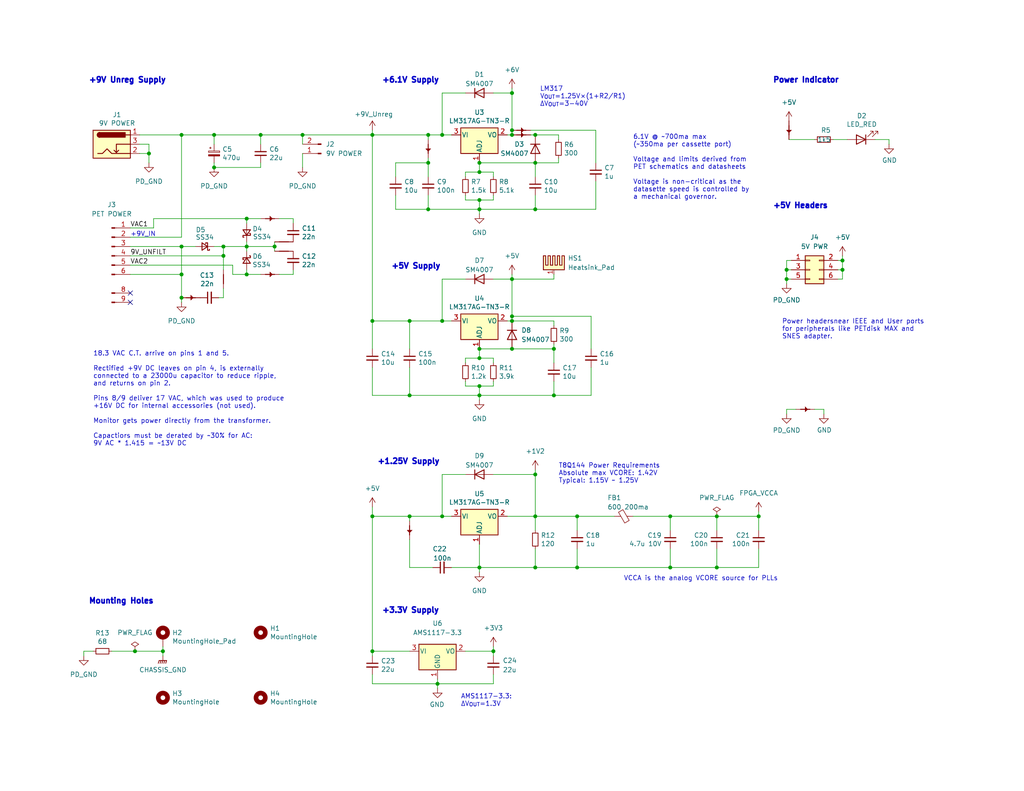
<source format=kicad_sch>
(kicad_sch (version 20211123) (generator eeschema)
  (paper "A")
  (title_block (title "CBM PET Mainboard Replacement") (comment 1 "Unspecified resistors are 62.5mW") (comment 2 "Unspecified capacitors are 25V"))
  (lib_symbols
    (symbol "Connector:Barrel_Jack_Switch" (pin_names hide)
      (property "Reference" "J" (at 0 5.334 0))
      (property "Value" "Barrel_Jack_Switch" (at 0 -5.08 0))
      (symbol "Barrel_Jack_Switch_1_1"
        (pin passive line (at 7.62 2.54 180) (length 2.54) (name "~") (number "1"))
        (pin passive line (at 7.62 -2.54 180) (length 2.54) (name "~") (number "2"))
        (pin passive line (at 7.62 0 180) (length 2.54) (name "~") (number "3"))
      )
    )
    (symbol "Connector:Conn_01x02_Male" (pin_names (offset 1.016) hide)
      (property "Reference" "J" (at 0 2.54 0))
      (property "Value" "Conn_01x02_Male" (at 0 -5.08 0))
      (symbol "Conn_01x02_Male_1_1"
        (pin passive line (at 5.08 0 180) (length 3.81) (name "Pin_1") (number "1"))
        (pin passive line (at 5.08 -2.54 180) (length 3.81) (name "Pin_2") (number "2"))
      )
    )
    (symbol "Connector_Generic:Conn_02x03_Odd_Even" (pin_names (offset 1.016) hide)
      (property "Reference" "J" (at 1.27 5.08 0))
      (property "Value" "Conn_02x03_Odd_Even" (at 1.27 -5.08 0))
      (symbol "Conn_02x03_Odd_Even_1_1"
        (pin passive line (at -5.08 2.54 0) (length 3.81) (name "Pin_1") (number "1"))
        (pin passive line (at 7.62 2.54 180) (length 3.81) (name "Pin_2") (number "2"))
        (pin passive line (at -5.08 0 0) (length 3.81) (name "Pin_3") (number "3"))
        (pin passive line (at 7.62 0 180) (length 3.81) (name "Pin_4") (number "4"))
        (pin passive line (at -5.08 -2.54 0) (length 3.81) (name "Pin_5") (number "5"))
        (pin passive line (at 7.62 -2.54 180) (length 3.81) (name "Pin_6") (number "6"))
      )
    )
    (symbol "Device:C_Small" (pin_numbers hide) (pin_names (offset 0.254) hide)
      (property "Reference" "C" (at 0.254 1.778 0))
      (property "Value" "C_Small" (at 0.254 -2.032 0))
      (symbol "C_Small_1_1"
        (pin passive line (at 0 2.54 270) (length 2.032) (name "~") (number "1"))
        (pin passive line (at 0 -2.54 90) (length 2.032) (name "~") (number "2"))
      )
    )
    (symbol "Device:D_Schottky_Small" (pin_numbers hide) (pin_names (offset 0.254) hide)
      (property "Reference" "D" (at -1.27 2.032 0))
      (property "Value" "D_Schottky_Small" (at -7.112 -2.032 0))
      (symbol "D_Schottky_Small_1_1"
        (pin passive line (at -2.54 0 0) (length 1.778) (name "K") (number "1"))
        (pin passive line (at 2.54 0 180) (length 1.778) (name "A") (number "2"))
      )
    )
    (symbol "Device:FerriteBead_Small" (pin_numbers hide) (pin_names (offset 0))
      (property "Reference" "FB" (at 1.905 1.27 0))
      (property "Value" "FerriteBead_Small" (at 1.905 -1.27 0))
      (symbol "FerriteBead_Small_1_1"
        (pin passive line (at 0 2.54 270) (length 1.27) (name "~") (number "1"))
        (pin passive line (at 0 -2.54 90) (length 1.27) (name "~") (number "2"))
      )
    )
    (symbol "Device:LED" (pin_numbers hide) (pin_names (offset 1.016) hide)
      (property "Reference" "D" (at 0 2.54 0))
      (property "Value" "LED" (at 0 -2.54 0))
      (symbol "LED_1_1"
        (pin passive line (at -3.81 0 0) (length 2.54) (name "K") (number "1"))
        (pin passive line (at 3.81 0 180) (length 2.54) (name "A") (number "2"))
      )
    )
    (symbol "Device:NetTie_2" (pin_numbers hide) (pin_names (offset 0) hide)
      (property "Reference" "NT" (at 0 1.27 0))
      (property "Value" "NetTie_2" (at 0 -1.27 0))
      (symbol "NetTie_2_1_1"
        (pin passive line (at -2.54 0 0) (length 2.54) (name "1") (number "1"))
        (pin passive line (at 2.54 0 180) (length 2.54) (name "2") (number "2"))
      )
    )
    (symbol "Device:R_Small" (pin_numbers hide) (pin_names (offset 0.254) hide)
      (property "Reference" "R" (at 0.762 0.508 0))
      (property "Value" "R_Small" (at 0.762 -1.016 0))
      (symbol "R_Small_1_1"
        (pin passive line (at 0 2.54 270) (length 0.762) (name "~") (number "1"))
        (pin passive line (at 0 -2.54 90) (length 0.762) (name "~") (number "2"))
      )
    )
    (symbol "Diode:SM4007" (pin_numbers hide) (pin_names (offset 1.016) hide)
      (property "Reference" "D" (at 0 2.54 0))
      (property "Value" "SM4007" (at 0 -2.54 0))
      (symbol "SM4007_1_1"
        (pin passive line (at -3.81 0 0) (length 2.54) (name "K") (number "1"))
        (pin passive line (at 3.81 0 180) (length 2.54) (name "A") (number "2"))
      )
    )
    (symbol "Mainboard-rescue:+9V_Unreg-PET" (power) (pin_names (offset 0))
      (property "Value" "+9V_Unreg-PET" (at 0 3.556 0))
      (symbol "+9V_Unreg-PET_1_1"
        (pin power_in line (at 0 0 90) (length 0) hide (name "+9V_Unreg") (number "1"))
      )
    )
    (symbol "Mainboard-rescue:CP_Small-Device" (pin_numbers hide) (pin_names (offset 0.254) hide)
      (property "Reference" "C" (at 0.254 1.778 0))
      (property "Value" "CP_Small-Device" (at 0.254 -2.032 0))
      (symbol "CP_Small-Device_1_1"
        (pin passive line (at 0 2.54 270) (length 1.8542) (name "~") (number "1"))
        (pin passive line (at 0 -2.54 90) (length 1.8542) (name "~") (number "2"))
      )
    )
    (symbol "Mechanical:Heatsink_Pad" (pin_names (offset 0))
      (property "Reference" "HS" (at 0 5.715 0))
      (property "Value" "Heatsink_Pad" (at 0 3.81 0))
      (symbol "Heatsink_Pad_1_1"
        (pin passive line (at 0 -2.54 90) (length 1.27) (name "~") (number "1"))
      )
    )
    (symbol "Mechanical:MountingHole" (pin_names (offset 1.016))
      (property "Reference" "H" (at 0 5.08 0))
      (property "Value" "MountingHole" (at 0 3.175 0))
    )
    (symbol "Mechanical:MountingHole_Pad" (pin_numbers hide) (pin_names (offset 1.016) hide)
      (property "Reference" "H" (at 0 6.35 0))
      (property "Value" "MountingHole_Pad" (at 0 4.445 0))
      (symbol "MountingHole_Pad_1_1"
        (pin input line (at 0 -2.54 90) (length 2.54) (name "1") (number "1"))
      )
    )
    (symbol "PET:CHASSIS_GND" (power) (pin_names (offset 0))
      (property "Value" "CHASSIS_GND" (at 0 -3.302 0))
      (symbol "CHASSIS_GND_1_1"
        (pin power_in line (at 0 0 270) (length 0) hide (name "CHASSIS_GND") (number "1"))
      )
    )
    (symbol "PET:FPGA_VCCA" (power) (pin_names (offset 0))
      (property "Value" "FPGA_VCCA" (at 0 3.81 0))
      (symbol "FPGA_VCCA_1_1"
        (pin power_in line (at 0 0 90) (length 0) hide (name "FPGA_VCCA") (number "1"))
      )
    )
    (symbol "PET:PD_GND" (power) (pin_names (offset 0))
      (property "Value" "PD_GND" (at 0 -3.81 0))
      (symbol "PD_GND_1_1"
        (pin power_in line (at 0 0 270) (length 0) hide (name "PD_GND") (number "1"))
      )
    )
    (symbol "PET:PowerTie_2" (pin_numbers hide) (pin_names (offset 0) hide)
      (symbol "PowerTie_2_1_1"
        (pin power_in line (at -2.54 0 0) (length 2.54) (name "1") (number "1"))
        (pin power_out line (at 2.54 0 180) (length 2.54) (name "2") (number "2"))
      )
    )
    (symbol "Regulator_Linear:AMS1117-3.3" (pin_names (offset 0.254))
      (property "Reference" "U" (at -3.81 3.175 0))
      (property "Value" "AMS1117-3.3" (at 0 3.175 0))
      (symbol "AMS1117-3.3_1_1"
        (pin power_in line (at 0 -7.62 90) (length 2.54) (name "GND") (number "1"))
        (pin power_out line (at 7.62 0 180) (length 2.54) (name "VO") (number "2"))
        (pin power_in line (at -7.62 0 0) (length 2.54) (name "VI") (number "3"))
      )
    )
    (symbol "Regulator_Linear:LM317_TO-252" (pin_names (offset 0.254))
      (property "Reference" "U" (at -3.81 3.175 0))
      (property "Value" "LM317_TO-252" (at 0 3.175 0))
      (symbol "LM317_TO-252_1_1"
        (pin input line (at 0 -7.62 90) (length 2.54) (name "ADJ") (number "1"))
        (pin power_out line (at 7.62 0 180) (length 2.54) (name "VO") (number "2"))
        (pin power_in line (at -7.62 0 0) (length 2.54) (name "VI") (number "3"))
      )
    )
    (symbol "Retrocomputing:CBM_PET_POWER_01x09_Male_Keyed" (pin_names (offset 1.016) hide)
      (property "Reference" "J18" (at 0 16.51 0))
      (property "Value" "CBM_PET_POWER_01x09_Male_Keyed" (at 0 13.97 0))
      (symbol "CBM_PET_POWER_01x09_Male_Keyed_1_1"
        (pin power_out line (at 5.08 10.16 180) (length 3.81) (name "AC1") (number "1"))
        (pin power_out line (at 5.08 7.62 180) (length 3.81) (name "9V_IN") (number "2"))
        (pin power_out line (at 5.08 5.08 180) (length 3.81) (name "GND") (number "3"))
        (pin passive line (at 5.08 2.54 180) (length 3.81) (name "9V_OUT") (number "4"))
        (pin power_out line (at 5.08 0 180) (length 3.81) (name "AC2") (number "5"))
        (pin passive line (at 5.08 -2.54 180) (length 3.81) (name "GND") (number "6"))
        (pin power_out line (at 5.08 -7.62 180) (length 3.81) (name "AC3") (number "8"))
        (pin power_out line (at 5.08 -10.16 180) (length 3.81) (name "AC4") (number "9"))
      )
    )
    (symbol "power:+1V2" (power) (pin_names (offset 0))
      (property "Value" "+1V2" (at 0 3.556 0))
      (symbol "+1V2_1_1"
        (pin power_in line (at 0 0 90) (length 0) hide (name "+1V2") (number "1"))
      )
    )
    (symbol "power:+3V3" (power) (pin_names (offset 0))
      (property "Value" "+3V3" (at 0 3.556 0))
      (symbol "+3V3_1_1"
        (pin power_in line (at 0 0 90) (length 0) hide (name "+3V3") (number "1"))
      )
    )
    (symbol "power:+5V" (power) (pin_names (offset 0))
      (property "Value" "+5V" (at 0 3.556 0))
      (symbol "+5V_1_1"
        (pin power_in line (at 0 0 90) (length 0) hide (name "+5V") (number "1"))
      )
    )
    (symbol "power:+6V" (power) (pin_names (offset 0))
      (property "Value" "+6V" (at 0 3.556 0))
      (symbol "+6V_1_1"
        (pin power_in line (at 0 0 90) (length 0) hide (name "+6V") (number "1"))
      )
    )
    (symbol "power:GND" (power) (pin_names (offset 0))
      (property "Value" "GND" (at 0 -3.81 0))
      (symbol "GND_1_1"
        (pin power_in line (at 0 0 270) (length 0) hide (name "GND") (number "1"))
      )
    )
    (symbol "power:PWR_FLAG" (power) (pin_numbers hide) (pin_names (offset 0) hide)
      (property "Value" "PWR_FLAG" (at 0 3.81 0))
      (symbol "PWR_FLAG_0_0"
        (pin power_out line (at 0 0 90) (length 0) (name "pwr") (number "1"))
      )
    )
  )
  (junction (at 130.81 95.25))
  (junction (at 214.63 73.66))
  (junction (at 101.6 36.83))
  (junction (at 139.7 76.2))
  (junction (at 82.55 36.83))
  (junction (at 116.84 44.45))
  (junction (at 151.13 95.25))
  (junction (at 101.6 177.8))
  (junction (at 116.84 57.15))
  (junction (at 182.88 154.94))
  (junction (at 67.31 67.31))
  (junction (at 139.7 95.25))
  (junction (at 229.87 71.12))
  (junction (at 130.81 97.79))
  (junction (at 146.05 154.94))
  (junction (at 130.81 46.99))
  (junction (at 146.05 44.45))
  (junction (at 229.87 73.66))
  (junction (at 40.64 41.91))
  (junction (at 36.83 177.8))
  (junction (at 74.93 67.31))
  (junction (at 195.58 154.94))
  (junction (at 111.76 87.63))
  (junction (at 130.81 57.15))
  (junction (at 49.53 74.93))
  (junction (at 111.76 107.95))
  (junction (at 71.12 36.83))
  (junction (at 49.53 81.28))
  (junction (at 130.81 44.45))
  (junction (at 101.6 87.63))
  (junction (at 195.58 140.97))
  (junction (at 111.76 140.97))
  (junction (at 67.31 59.69))
  (junction (at 44.45 177.8))
  (junction (at 139.7 36.83))
  (junction (at 130.81 105.41))
  (junction (at 151.13 107.95))
  (junction (at 49.53 67.31))
  (junction (at 139.7 87.63))
  (junction (at 58.42 36.83))
  (junction (at 157.48 140.97))
  (junction (at 58.42 45.72))
  (junction (at 116.84 36.83))
  (junction (at 182.88 140.97))
  (junction (at 130.81 107.95))
  (junction (at 120.65 36.83))
  (junction (at 49.53 36.83))
  (junction (at 146.05 129.54))
  (junction (at 139.7 86.36))
  (junction (at 214.63 76.2))
  (junction (at 134.62 177.8))
  (junction (at 146.05 36.83))
  (junction (at 119.38 186.69))
  (junction (at 139.7 25.4))
  (junction (at 207.01 140.97))
  (junction (at 157.48 154.94))
  (junction (at 146.05 57.15))
  (junction (at 60.96 67.31))
  (junction (at 139.7 35.56))
  (junction (at 101.6 140.97))
  (junction (at 120.65 87.63))
  (junction (at 130.81 54.61))
  (junction (at 146.05 140.97))
  (junction (at 60.96 69.85))
  (junction (at 67.31 74.93))
  (junction (at 120.65 140.97))
  (junction (at 130.81 154.94))
  (no_connect (at 35.56 80.01))
  (no_connect (at 35.56 82.55))
  (wire (pts (xy 162.56 49.53) (xy 162.56 57.15)))
  (wire (pts (xy 127 105.41) (xy 130.81 105.41)))
  (wire (pts (xy 120.65 87.63) (xy 111.76 87.63)))
  (wire (pts (xy 36.83 177.8) (xy 44.45 177.8)))
  (wire (pts (xy 120.65 36.83) (xy 123.19 36.83)))
  (wire (pts (xy 49.53 36.83) (xy 58.42 36.83)))
  (wire (pts (xy 101.6 36.83) (xy 101.6 87.63)))
  (wire (pts (xy 157.48 140.97) (xy 157.48 144.78)))
  (wire (pts (xy 82.55 36.83) (xy 82.55 39.37)))
  (wire (pts (xy 127 53.34) (xy 127 54.61)))
  (wire (pts (xy 119.38 186.69) (xy 119.38 187.96)))
  (wire (pts (xy 242.57 38.1) (xy 242.57 39.37)))
  (wire (pts (xy 134.62 25.4) (xy 139.7 25.4)))
  (wire (pts (xy 120.65 87.63) (xy 120.65 76.2)))
  (wire (pts (xy 101.6 138.43) (xy 101.6 140.97)))
  (wire (pts (xy 134.62 76.2) (xy 139.7 76.2)))
  (wire (pts (xy 130.81 57.15) (xy 130.81 58.42)))
  (wire (pts (xy 207.01 140.97) (xy 207.01 139.7)))
  (wire (pts (xy 157.48 149.86) (xy 157.48 154.94)))
  (wire (pts (xy 161.29 86.36) (xy 161.29 95.25)))
  (wire (pts (xy 151.13 104.14) (xy 151.13 107.95)))
  (wire (pts (xy 49.53 81.28) (xy 49.53 82.55)))
  (wire (pts (xy 130.81 105.41) (xy 130.81 107.95)))
  (wire (pts (xy 35.56 69.85) (xy 60.96 69.85)))
  (wire (pts (xy 182.88 154.94) (xy 195.58 154.94)))
  (wire (pts (xy 67.31 73.66) (xy 67.31 74.93)))
  (wire (pts (xy 207.01 140.97) (xy 207.01 144.78)))
  (wire (pts (xy 130.81 54.61) (xy 130.81 57.15)))
  (wire (pts (xy 134.62 177.8) (xy 134.62 179.07)))
  (wire (pts (xy 138.43 36.83) (xy 139.7 36.83)))
  (wire (pts (xy 40.64 41.91) (xy 40.64 44.45)))
  (wire (pts (xy 146.05 53.34) (xy 146.05 57.15)))
  (wire (pts (xy 130.81 46.99) (xy 127 46.99)))
  (wire (pts (xy 120.65 87.63) (xy 123.19 87.63)))
  (wire (pts (xy 146.05 44.45) (xy 152.4 44.45)))
  (wire (pts (xy 146.05 44.45) (xy 146.05 48.26)))
  (wire (pts (xy 195.58 140.97) (xy 207.01 140.97)))
  (wire (pts (xy 59.69 81.28) (xy 60.96 81.28)))
  (wire (pts (xy 146.05 144.78) (xy 146.05 140.97)))
  (wire (pts (xy 157.48 154.94) (xy 182.88 154.94)))
  (wire (pts (xy 101.6 140.97) (xy 101.6 177.8)))
  (wire (pts (xy 116.84 36.83) (xy 116.84 38.1)))
  (wire (pts (xy 214.63 73.66) (xy 215.9 73.66)))
  (wire (pts (xy 138.43 140.97) (xy 146.05 140.97)))
  (wire (pts (xy 71.12 44.45) (xy 71.12 45.72)))
  (wire (pts (xy 214.63 71.12) (xy 214.63 73.66)))
  (wire (pts (xy 101.6 87.63) (xy 111.76 87.63)))
  (wire (pts (xy 111.76 87.63) (xy 111.76 95.25)))
  (wire (pts (xy 120.65 36.83) (xy 116.84 36.83)))
  (wire (pts (xy 134.62 48.26) (xy 134.62 46.99)))
  (wire (pts (xy 130.81 95.25) (xy 130.81 97.79)))
  (wire (pts (xy 134.62 129.54) (xy 146.05 129.54)))
  (wire (pts (xy 152.4 43.18) (xy 152.4 44.45)))
  (wire (pts (xy 60.96 69.85) (xy 60.96 67.31)))
  (wire (pts (xy 101.6 107.95) (xy 101.6 100.33)))
  (wire (pts (xy 130.81 97.79) (xy 134.62 97.79)))
  (wire (pts (xy 80.01 59.69) (xy 80.01 60.96)))
  (wire (pts (xy 229.87 73.66) (xy 229.87 76.2)))
  (wire (pts (xy 146.05 128.27) (xy 146.05 129.54)))
  (wire (pts (xy 207.01 154.94) (xy 207.01 149.86)))
  (wire (pts (xy 116.84 44.45) (xy 116.84 48.26)))
  (wire (pts (xy 182.88 140.97) (xy 172.72 140.97)))
  (wire (pts (xy 116.84 57.15) (xy 116.84 53.34)))
  (wire (pts (xy 123.19 154.94) (xy 130.81 154.94)))
  (wire (pts (xy 139.7 74.93) (xy 139.7 76.2)))
  (wire (pts (xy 40.64 39.37) (xy 40.64 41.91)))
  (wire (pts (xy 107.95 57.15) (xy 107.95 53.34)))
  (wire (pts (xy 111.76 147.32) (xy 111.76 154.94)))
  (wire (pts (xy 120.65 129.54) (xy 127 129.54)))
  (wire (pts (xy 80.01 74.93) (xy 80.01 73.66)))
  (wire (pts (xy 35.56 74.93) (xy 49.53 74.93)))
  (wire (pts (xy 195.58 144.78) (xy 195.58 140.97)))
  (wire (pts (xy 35.56 72.39) (xy 63.5 72.39)))
  (wire (pts (xy 67.31 66.04) (xy 67.31 67.31)))
  (wire (pts (xy 138.43 87.63) (xy 139.7 87.63)))
  (wire (pts (xy 134.62 176.53) (xy 134.62 177.8)))
  (wire (pts (xy 49.53 67.31) (xy 49.53 74.93)))
  (wire (pts (xy 222.25 111.76) (xy 224.79 111.76)))
  (wire (pts (xy 130.81 107.95) (xy 151.13 107.95)))
  (wire (pts (xy 139.7 25.4) (xy 139.7 35.56)))
  (wire (pts (xy 119.38 186.69) (xy 134.62 186.69)))
  (wire (pts (xy 67.31 59.69) (xy 71.12 59.69)))
  (wire (pts (xy 111.76 140.97) (xy 111.76 142.24)))
  (wire (pts (xy 157.48 140.97) (xy 167.64 140.97)))
  (wire (pts (xy 127 104.14) (xy 127 105.41)))
  (wire (pts (xy 101.6 140.97) (xy 111.76 140.97)))
  (wire (pts (xy 182.88 149.86) (xy 182.88 154.94)))
  (wire (pts (xy 58.42 36.83) (xy 71.12 36.83)))
  (wire (pts (xy 144.78 35.56) (xy 162.56 35.56)))
  (wire (pts (xy 127 46.99) (xy 127 48.26)))
  (wire (pts (xy 22.86 177.8) (xy 25.4 177.8)))
  (wire (pts (xy 228.6 76.2) (xy 229.87 76.2)))
  (wire (pts (xy 58.42 36.83) (xy 58.42 39.37)))
  (wire (pts (xy 139.7 86.36) (xy 139.7 87.63)))
  (wire (pts (xy 41.91 59.69) (xy 67.31 59.69)))
  (wire (pts (xy 146.05 154.94) (xy 157.48 154.94)))
  (wire (pts (xy 130.81 44.45) (xy 130.81 46.99)))
  (wire (pts (xy 116.84 44.45) (xy 107.95 44.45)))
  (wire (pts (xy 214.63 73.66) (xy 214.63 76.2)))
  (wire (pts (xy 195.58 154.94) (xy 207.01 154.94)))
  (wire (pts (xy 224.79 113.03) (xy 224.79 111.76)))
  (wire (pts (xy 182.88 140.97) (xy 195.58 140.97)))
  (wire (pts (xy 58.42 67.31) (xy 60.96 67.31)))
  (wire (pts (xy 71.12 45.72) (xy 58.42 45.72)))
  (wire (pts (xy 63.5 74.93) (xy 67.31 74.93)))
  (wire (pts (xy 60.96 67.31) (xy 67.31 67.31)))
  (wire (pts (xy 228.6 73.66) (xy 229.87 73.66)))
  (wire (pts (xy 41.91 59.69) (xy 41.91 62.23)))
  (wire (pts (xy 195.58 154.94) (xy 195.58 149.86)))
  (wire (pts (xy 119.38 186.69) (xy 119.38 185.42)))
  (wire (pts (xy 229.87 71.12) (xy 229.87 73.66)))
  (wire (pts (xy 134.62 53.34) (xy 134.62 54.61)))
  (wire (pts (xy 22.86 179.07) (xy 22.86 177.8)))
  (wire (pts (xy 120.65 140.97) (xy 123.19 140.97)))
  (wire (pts (xy 67.31 68.58) (xy 67.31 67.31)))
  (wire (pts (xy 111.76 107.95) (xy 130.81 107.95)))
  (wire (pts (xy 101.6 184.15) (xy 101.6 186.69)))
  (wire (pts (xy 71.12 36.83) (xy 82.55 36.83)))
  (wire (pts (xy 63.5 74.93) (xy 63.5 72.39)))
  (wire (pts (xy 76.2 59.69) (xy 80.01 59.69)))
  (wire (pts (xy 44.45 177.8) (xy 44.45 176.53)))
  (wire (pts (xy 67.31 59.69) (xy 67.31 60.96)))
  (wire (pts (xy 214.63 76.2) (xy 215.9 76.2)))
  (wire (pts (xy 101.6 177.8) (xy 101.6 179.07)))
  (wire (pts (xy 139.7 95.25) (xy 151.13 95.25)))
  (wire (pts (xy 127 177.8) (xy 134.62 177.8)))
  (wire (pts (xy 130.81 57.15) (xy 146.05 57.15)))
  (wire (pts (xy 130.81 46.99) (xy 134.62 46.99)))
  (wire (pts (xy 120.65 76.2) (xy 127 76.2)))
  (wire (pts (xy 130.81 154.94) (xy 130.81 148.59)))
  (wire (pts (xy 139.7 76.2) (xy 139.7 86.36)))
  (wire (pts (xy 74.93 67.31) (xy 74.93 66.04)))
  (wire (pts (xy 134.62 99.06) (xy 134.62 97.79)))
  (wire (pts (xy 214.63 111.76) (xy 214.63 113.03)))
  (wire (pts (xy 130.81 57.15) (xy 116.84 57.15)))
  (wire (pts (xy 228.6 71.12) (xy 229.87 71.12)))
  (wire (pts (xy 120.65 36.83) (xy 120.65 25.4)))
  (wire (pts (xy 146.05 36.83) (xy 152.4 36.83)))
  (wire (pts (xy 30.48 177.8) (xy 36.83 177.8)))
  (wire (pts (xy 130.81 105.41) (xy 134.62 105.41)))
  (wire (pts (xy 130.81 107.95) (xy 130.81 109.22)))
  (wire (pts (xy 139.7 76.2) (xy 151.13 76.2)))
  (wire (pts (xy 134.62 186.69) (xy 134.62 184.15)))
  (wire (pts (xy 101.6 35.56) (xy 101.6 36.83)))
  (wire (pts (xy 82.55 36.83) (xy 101.6 36.83)))
  (wire (pts (xy 44.45 179.07) (xy 44.45 177.8)))
  (wire (pts (xy 162.56 35.56) (xy 162.56 44.45)))
  (wire (pts (xy 130.81 154.94) (xy 146.05 154.94)))
  (wire (pts (xy 49.53 67.31) (xy 53.34 67.31)))
  (wire (pts (xy 127 54.61) (xy 130.81 54.61)))
  (wire (pts (xy 111.76 107.95) (xy 111.76 100.33)))
  (wire (pts (xy 130.81 95.25) (xy 139.7 95.25)))
  (wire (pts (xy 151.13 93.98) (xy 151.13 95.25)))
  (wire (pts (xy 101.6 36.83) (xy 116.84 36.83)))
  (wire (pts (xy 67.31 74.93) (xy 71.12 74.93)))
  (wire (pts (xy 71.12 36.83) (xy 71.12 39.37)))
  (wire (pts (xy 116.84 57.15) (xy 107.95 57.15)))
  (wire (pts (xy 151.13 107.95) (xy 161.29 107.95)))
  (wire (pts (xy 139.7 25.4) (xy 139.7 24.13)))
  (wire (pts (xy 40.64 41.91) (xy 38.1 41.91)))
  (wire (pts (xy 120.65 140.97) (xy 111.76 140.97)))
  (wire (pts (xy 182.88 140.97) (xy 182.88 144.78)))
  (wire (pts (xy 139.7 86.36) (xy 161.29 86.36)))
  (wire (pts (xy 35.56 62.23) (xy 41.91 62.23)))
  (wire (pts (xy 60.96 78.74) (xy 60.96 81.28)))
  (wire (pts (xy 214.63 76.2) (xy 214.63 77.47)))
  (wire (pts (xy 49.53 74.93) (xy 49.53 81.28)))
  (wire (pts (xy 231.14 38.1) (xy 227.33 38.1)))
  (wire (pts (xy 76.2 74.93) (xy 80.01 74.93)))
  (wire (pts (xy 38.1 36.83) (xy 49.53 36.83)))
  (wire (pts (xy 238.76 38.1) (xy 242.57 38.1)))
  (wire (pts (xy 111.76 154.94) (xy 118.11 154.94)))
  (wire (pts (xy 120.65 25.4) (xy 127 25.4)))
  (wire (pts (xy 101.6 186.69) (xy 119.38 186.69)))
  (wire (pts (xy 151.13 87.63) (xy 151.13 88.9)))
  (wire (pts (xy 120.65 140.97) (xy 120.65 129.54)))
  (wire (pts (xy 130.81 97.79) (xy 127 97.79)))
  (wire (pts (xy 101.6 87.63) (xy 101.6 95.25)))
  (wire (pts (xy 146.05 57.15) (xy 162.56 57.15)))
  (wire (pts (xy 130.81 54.61) (xy 134.62 54.61)))
  (wire (pts (xy 67.31 67.31) (xy 74.93 67.31)))
  (wire (pts (xy 151.13 76.2) (xy 151.13 74.93)))
  (wire (pts (xy 214.63 71.12) (xy 215.9 71.12)))
  (wire (pts (xy 107.95 44.45) (xy 107.95 48.26)))
  (wire (pts (xy 214.63 111.76) (xy 217.17 111.76)))
  (wire (pts (xy 146.05 129.54) (xy 146.05 140.97)))
  (wire (pts (xy 127 97.79) (xy 127 99.06)))
  (wire (pts (xy 111.76 107.95) (xy 101.6 107.95)))
  (wire (pts (xy 60.96 69.85) (xy 60.96 73.66)))
  (wire (pts (xy 35.56 64.77) (xy 49.53 64.77)))
  (wire (pts (xy 151.13 95.25) (xy 151.13 99.06)))
  (wire (pts (xy 161.29 100.33) (xy 161.29 107.95)))
  (wire (pts (xy 134.62 104.14) (xy 134.62 105.41)))
  (wire (pts (xy 74.93 67.31) (xy 74.93 68.58)))
  (wire (pts (xy 82.55 41.91) (xy 82.55 45.72)))
  (wire (pts (xy 152.4 36.83) (xy 152.4 38.1)))
  (wire (pts (xy 35.56 67.31) (xy 49.53 67.31)))
  (wire (pts (xy 116.84 43.18) (xy 116.84 44.45)))
  (wire (pts (xy 144.78 36.83) (xy 146.05 36.83)))
  (wire (pts (xy 38.1 39.37) (xy 40.64 39.37)))
  (wire (pts (xy 139.7 87.63) (xy 151.13 87.63)))
  (wire (pts (xy 229.87 69.85) (xy 229.87 71.12)))
  (wire (pts (xy 146.05 140.97) (xy 157.48 140.97)))
  (wire (pts (xy 222.25 38.1) (xy 215.265 38.1)))
  (wire (pts (xy 146.05 149.86) (xy 146.05 154.94)))
  (wire (pts (xy 130.81 44.45) (xy 146.05 44.45)))
  (wire (pts (xy 49.53 36.83) (xy 49.53 64.77)))
  (wire (pts (xy 130.81 154.94) (xy 130.81 156.21)))
  (wire (pts (xy 139.7 35.56) (xy 139.7 36.83)))
  (wire (pts (xy 58.42 44.45) (xy 58.42 45.72)))
  (wire (pts (xy 101.6 177.8) (xy 111.76 177.8)))
  (text "T8Q144 Power Requirements\nAbsolute max VCORE: 1.42V\nTypical: 1.15V ~ 1.25V" (at 152.4 132.08 0) (effects (font (size 1.27 1.27)) (justify left bottom)))
  (text "18.3 VAC C.T. arrive on pins 1 and 5.\n\nRectified +9V DC leaves on pin 4, is externally\nconnected to a 23000u capacitor to reduce ripple,\nand returns on pin 2.\n\nPins 8/9 deliver 17 VAC, which was used to produce\n+16V DC for internal accessories (not used).\n\nMonitor gets power directly from the transformer.\n\nCapactiors must be derated by ~30% for AC:\n9V AC * 1.415 = ~13V DC" (at 25.4 121.92 0) (effects (font (size 1.27 1.27)) (justify left bottom)))
  (text "Power Indicator" (at 210.82 22.86 0) (effects (font (size 1.5 1.5) (thickness 0.8) bold) (justify left bottom)))
  (text "+9V_IN" (at 35.56 64.77 0) (effects (font (size 1.27 1.27)) (justify left bottom)))
  (text "+9V Unreg Supply" (at 24.13 22.86 0) (effects (font (size 1.5 1.5) (thickness 0.8) bold) (justify left bottom)))
  (text "+6.1V Supply" (at 104.14 22.86 0) (effects (font (size 1.5 1.5) (thickness 0.8) bold) (justify left bottom)))
  (text "+5V Headers" (at 210.82 57.15 0) (effects (font (size 1.5 1.5) (thickness 0.8) bold) (justify left bottom)))
  (text "+5V Supply" (at 106.68 73.66 0) (effects (font (size 1.5 1.5) (thickness 0.8) bold) (justify left bottom)))
  (text "VCCA is the analog VCORE source for PLLs" (at 170.18 158.75 0) (effects (font (size 1.27 1.27)) (justify left bottom)))
  (text "AMS1117-3.3:\nΔV_{OUT}=1.3V" (at 125.73 193.04 0) (effects (font (size 1.27 1.27)) (justify left bottom)))
  (text "Mounting Holes" (at 24.13 165.1 0) (effects (font (size 1.5 1.5) (thickness 0.8) bold) (justify left bottom)))
  (text "Power headersnear IEEE and User ports\nfor peripherals like PETdisk MAX and\nSNES adapter." (at 213.36 92.71 0) (effects (font (size 1.27 1.27)) (justify left bottom)))
  (text "+1.25V Supply" (at 102.87 127 0) (effects (font (size 1.5 1.5) (thickness 0.8) bold) (justify left bottom)))
  (text "+3.3V Supply" (at 104.14 167.64 0) (effects (font (size 1.5 1.5) (thickness 0.8) bold) (justify left bottom)))
  (text "6.1V @ ~700ma max\n(~350ma per cassette port)\n\nVoltage and limits derived from\nPET schematics and datasheets\n\nVoltage is non-critical as the\ndatasette speed is controlled by\na mechanical governor." (at 172.72 54.61 0) (effects (font (size 1.27 1.27)) (justify left bottom)))
  (text "LM317\nV_{OUT}=1.25V×(1+R2/R1)\nΔV_{OUT}=3-40V" (at 147.32 29.21 0) (effects (font (size 1.27 1.27)) (justify left bottom)))
  (label "9V_UNFILT" (at 35.56 69.85 0))
  (label "VAC1" (at 35.56 62.23 0))
  (label "VAC2" (at 35.56 72.39 0))
  (symbol (lib_id "Connector:Barrel_Jack_Switch") (at 30.48 39.37 0) (unit 1)
    (property "Reference" "J1" (at 31.9278 31.3182 0))
    (property "Value" "9V POWER" (at 31.9278 33.6296 0))
    (property "Footprint" "Connector_BarrelJack:BarrelJack_Horizontal" (effects hide))
    (property "Datasheet" "https://www.gravitech.us/poja2x51.html" (effects hide))
    (property "MOUSER" "992-CON-SOCJ-2155" (effects hide))
    (property "MPN" "CON-SOCJ-2155" (effects hide))
  )
  (symbol (lib_id "Mainboard-rescue:CP_Small-Device") (at 58.42 41.91 0) (unit 1)
    (property "Reference" "C5" (at 60.6552 40.7416 0) (effects (justify left)))
    (property "Value" "470u" (at 60.6552 43.053 0) (effects (justify left)))
    (property "Footprint" "PET:CP_Radial_D18.0mm_P5.00mm_P7.50mm" (effects hide))
    (property "Datasheet" "https://www.mouser.com/datasheet/2/977/e_YXJ-1601195.pdf" (effects hide))
    (property "MOUSER" "232-35YXJ470M10X16" (effects hide))
    (property "MPN" "35YXJ470M10X16" (effects hide))
  )
  (symbol (lib_id "Device:LED") (at 234.95 38.1 180) (unit 1)
    (property "Reference" "D2" (at 235.1278 31.623 0))
    (property "Value" "LED_RED" (at 235.1278 33.9344 0))
    (property "Footprint" "LED_SMD:LED_0603_1608Metric" (effects hide))
    (property "Datasheet" "https://datasheet.lcsc.com/lcsc/1810231112_Hubei-KENTO-Elec-KT-0603R_C2286.pdf" (effects hide))
    (property "LCSC" "C2286" (effects hide))
  )
  (symbol (lib_id "Mechanical:MountingHole") (at 71.12 172.72 0) (unit 1)
    (property "Reference" "H1" (at 73.66 171.5516 0) (effects (justify left)))
    (property "Value" "MountingHole" (at 73.66 173.863 0) (effects (justify left)))
    (property "Footprint" "PET:PET_MountingHole_4mm" (effects hide))
  )
  (symbol (lib_id "Device:C_Small") (at 80.01 63.5 0) (unit 1)
    (property "Reference" "C11" (at 82.3468 62.3316 0) (effects (justify left)))
    (property "Value" "22n" (at 82.3468 64.643 0) (effects (justify left)))
    (property "Footprint" "Capacitor_SMD:C_0402_1005Metric" (effects hide))
    (property "Datasheet" "https://datasheet.lcsc.com/lcsc/2304140030_FH--Guangdong-Fenghua-Advanced-Tech-0402B223K500NT_C1532.pdf" (effects hide))
    (property "LCSC" "C1532" (effects hide))
  )
  (symbol (lib_id "Device:D_Schottky_Small") (at 67.31 63.5 90) (unit 1)
    (property "Reference" "D4" (at 70.231 62.484 90))
    (property "Value" "SS34" (at 71.501 64.643 90))
    (property "Footprint" "Diode_SMD:D_SMA" (effects hide))
    (property "Datasheet" "https://datasheet.lcsc.com/lcsc/2303141100_MDD-Microdiode-Electronics--SS34_C8678.pdf" (effects hide))
    (property "LCSC" "C8678" (effects hide))
  )
  (symbol (lib_id "Device:D_Schottky_Small") (at 67.31 71.12 270) (unit 1)
    (property "Reference" "D6" (at 70.231 69.977 90))
    (property "Value" "SS34" (at 71.374 72.263 90))
    (property "Footprint" "Diode_SMD:D_SMA" (effects hide))
    (property "Datasheet" "https://datasheet.lcsc.com/lcsc/2303141100_MDD-Microdiode-Electronics--SS34_C8678.pdf" (effects hide))
    (property "LCSC" "C8678" (effects hide))
  )
  (symbol (lib_id "Device:D_Schottky_Small") (at 55.88 67.31 180) (unit 1)
    (property "Reference" "D5" (at 54.737 62.738 0))
    (property "Value" "SS34" (at 55.88 64.77 0))
    (property "Footprint" "Diode_SMD:D_SMA" (effects hide))
    (property "Datasheet" "https://datasheet.lcsc.com/lcsc/2303141100_MDD-Microdiode-Electronics--SS34_C8678.pdf" (effects hide))
    (property "LCSC" "C8678" (effects hide))
  )
  (symbol (lib_id "Device:C_Small") (at 80.01 71.12 0) (unit 1)
    (property "Reference" "C12" (at 82.3468 69.9516 0) (effects (justify left)))
    (property "Value" "22n" (at 82.3468 72.263 0) (effects (justify left)))
    (property "Footprint" "Capacitor_SMD:C_0402_1005Metric" (effects hide))
    (property "Datasheet" "https://datasheet.lcsc.com/lcsc/2304140030_FH--Guangdong-Fenghua-Advanced-Tech-0402B223K500NT_C1532.pdf" (effects hide))
    (property "LCSC" "C1532" (effects hide))
  )
  (symbol (lib_id "Device:C_Small") (at 57.15 81.28 90) (unit 1)
    (property "Reference" "C13" (at 58.42 75.1586 90) (effects (justify left)))
    (property "Value" "22n" (at 58.42 77.47 90) (effects (justify left)))
    (property "Footprint" "Capacitor_SMD:C_0402_1005Metric" (effects hide))
    (property "Datasheet" "https://datasheet.lcsc.com/lcsc/2304140030_FH--Guangdong-Fenghua-Advanced-Tech-0402B223K500NT_C1532.pdf" (effects hide))
    (property "LCSC" "C1532" (effects hide))
  )
  (symbol (lib_id "Mechanical:MountingHole_Pad") (at 44.45 173.99 0) (unit 1)
    (property "Reference" "H2" (at 46.99 172.7454 0) (effects (justify left)))
    (property "Value" "MountingHole_Pad" (at 46.99 175.0568 0) (effects (justify left)))
    (property "Footprint" "MountingHole:MountingHole_4mm_Pad" (effects hide))
  )
  (symbol (lib_id "Device:R_Small") (at 27.94 177.8 270) (unit 1)
    (property "Reference" "R13" (at 27.94 172.8216 90))
    (property "Value" "68" (at 27.94 175.133 90))
    (property "Footprint" "Resistor_SMD:R_0805_2012Metric" (effects hide))
    (property "Datasheet" "https://datasheet.lcsc.com/lcsc/2205311830_UNI-ROYAL-Uniroyal-Elec-0805W8F680JT5E_C17802.pdf" (effects hide))
    (property "LCSC" "C17802" (effects hide))
  )
  (symbol (lib_id "PET:PowerTie_2") (at 52.07 81.28 0) (unit 1)
    (property "Reference" "PT10" (effects hide))
    (property "Value" "PowerTie_2" (effects hide))
    (property "Footprint" "PET:NetTie-2_SMD_Pad_1.6_to_0.4mm" (effects hide))
  )
  (symbol (lib_id "Device:FerriteBead_Small") (at 170.18 140.97 270) (mirror x) (unit 1)
    (property "Reference" "FB1" (at 165.735 135.89 90) (effects (justify left)))
    (property "Value" "600 200ma" (at 165.735 138.43 90) (effects (justify left)))
    (property "Footprint" "Inductor_SMD:L_0603_1608Metric" (effects hide))
    (property "Datasheet" "https://datasheet.lcsc.com/lcsc/2109180930_Sunlord-GZ1608D601TF_C1002.pdf" (effects hide))
    (property "LCSC" "C1002" (effects hide))
  )
  (symbol (lib_id "Mechanical:MountingHole") (at 44.45 190.5 0) (unit 1)
    (property "Reference" "H3" (at 46.99 189.3316 0) (effects (justify left)))
    (property "Value" "MountingHole" (at 46.99 191.643 0) (effects (justify left)))
    (property "Footprint" "PET:PET_MountingHole_4mm" (effects hide))
  )
  (symbol (lib_id "power:+5V") (at 229.87 69.85 0) (unit 1)
    (property "Reference" "#PWR019" (effects hide))
    (property "Value" "+5V" (at 229.87 64.77 0))
  )
  (symbol (lib_id "PET:PD_GND") (at 214.63 113.03 0) (unit 1)
    (property "Reference" "#PWR024" (effects hide))
    (property "Value" "PD_GND" (at 214.63 117.475 0))
  )
  (symbol (lib_id "Device:NetTie_2") (at 60.96 76.2 270) (unit 1)
    (property "Reference" "PT9" (effects hide))
    (property "Value" "PowerTie_2" (effects hide))
    (property "Footprint" "PET:NetTie-2_SMD_Pad_1.6_to_0.4mm" (effects hide))
  )
  (symbol (lib_id "Diode:SM4007") (at 139.7 91.44 270) (unit 1)
    (property "Reference" "D8" (at 142.24 90.1699 90) (effects (justify left)))
    (property "Value" "SM4007" (at 142.24 92.7099 90) (effects (justify left)))
    (property "Footprint" "Diode_SMD:D_SOD-123F" (effects hide))
    (property "Datasheet" "https://datasheet.lcsc.com/lcsc/1809301215_MDD-Microdiode-Electronics--SM4007PL_C64898.pdf" (effects hide))
    (property "LCSC" "C64898" (effects hide))
  )
  (symbol (lib_id "power:+3V3") (at 134.62 176.53 0) (unit 1)
    (property "Reference" "#PWR030" (effects hide))
    (property "Value" "+3V3" (at 134.62 171.45 0))
  )
  (symbol (lib_id "PET:PD_GND") (at 22.86 179.07 0) (unit 1)
    (property "Reference" "#PWR031" (effects hide))
    (property "Value" "PD_GND" (at 22.86 184.15 0))
  )
  (symbol (lib_id "Device:R_Small") (at 134.62 101.6 0) (unit 1)
    (property "Reference" "R11" (at 136.1186 100.4316 0) (effects (justify left)))
    (property "Value" "3.9k" (at 136.1186 102.743 0) (effects (justify left)))
    (property "Footprint" "Resistor_SMD:R_0402_1005Metric" (effects hide))
    (property "Datasheet" "https://datasheet.lcsc.com/lcsc/2206010000_UNI-ROYAL-Uniroyal-Elec-0402WGF3901TCE_C51721.pdf" (effects hide))
    (property "LCSC" "C51721" (effects hide))
  )
  (symbol (lib_id "Regulator_Linear:LM317_TO-252") (at 130.81 140.97 0) (unit 1)
    (property "Reference" "U5" (at 130.81 134.8232 0))
    (property "Value" "LM317AG-TN3-R" (at 130.81 137.1346 0))
    (property "Footprint" "Package_TO_SOT_SMD:TO-252-2" (effects hide))
    (property "Datasheet" "https://datasheet.lcsc.com/lcsc/2304140030_UTC-Unisonic-Tech-LM317AG-TN3-R_C75510.pdf" (effects hide))
    (property "LCSC" "C75510" (effects hide))
  )
  (symbol (lib_id "Regulator_Linear:LM317_TO-252") (at 130.81 36.83 0) (unit 1)
    (property "Reference" "U3" (at 130.81 30.6832 0))
    (property "Value" "LM317AG-TN3-R" (at 130.81 32.9946 0))
    (property "Footprint" "PET:TO-252-2_ThermalVias" (effects hide))
    (property "Datasheet" "https://datasheet.lcsc.com/lcsc/2304140030_UTC-Unisonic-Tech-LM317AG-TN3-R_C75510.pdf" (effects hide))
    (property "LCSC" "C75510" (effects hide))
  )
  (symbol (lib_id "power:GND") (at 242.57 39.37 0) (unit 1)
    (property "Reference" "#PWR014" (effects hide))
    (property "Value" "GND" (at 242.697 43.7642 0))
  )
  (symbol (lib_id "Connector:Conn_01x02_Male") (at 87.63 41.91 180) (unit 1)
    (property "Reference" "J2" (at 88.9 39.3699 0) (effects (justify right)))
    (property "Value" "9V POWER" (at 88.9 41.9099 0) (effects (justify right)))
    (property "Footprint" "Connector_PinHeader_2.54mm:PinHeader_1x02_P2.54mm_Vertical" (effects hide))
    (property "MOUSER" "649-1012937893602BLF" (effects hide))
  )
  (symbol (lib_id "Regulator_Linear:AMS1117-3.3") (at 119.38 177.8 0) (unit 1)
    (property "Reference" "U6" (at 119.38 170.18 0))
    (property "Value" "AMS1117-3.3" (at 119.38 172.72 0))
    (property "Footprint" "Package_TO_SOT_SMD:SOT-223-3_TabPin2" (effects hide))
    (property "Datasheet" "https://datasheet.lcsc.com/lcsc/2304140030_Advanced-Monolithic-Systems-AMS1117-3-3_C6186.pdf" (effects hide))
    (property "LCSC" "C6186" (effects hide))
  )
  (symbol (lib_id "PET:FPGA_VCCA") (at 207.01 139.7 0) (unit 1)
    (property "Reference" "#PWR028" (effects hide))
    (property "Value" "FPGA_VCCA" (at 207.01 134.62 0))
  )
  (symbol (lib_id "Device:C_Small") (at 101.6 181.61 0) (unit 1)
    (property "Reference" "C23" (at 103.9368 180.4416 0) (effects (justify left)))
    (property "Value" "22u" (at 103.9368 182.753 0) (effects (justify left)))
    (property "Footprint" "Capacitor_SMD:C_0805_2012Metric" (effects hide))
    (property "Datasheet" "https://datasheet.lcsc.com/lcsc/2304140030_Samsung-Electro-Mechanics-CL21A226MAQNNNE_C45783.pdf" (effects hide))
    (property "LCSC" "C45783" (effects hide))
  )
  (symbol (lib_id "PET:PD_GND") (at 82.55 45.72 0) (unit 1)
    (property "Reference" "#PWR017" (effects hide))
    (property "Value" "PD_GND" (at 82.55 50.8 0))
  )
  (symbol (lib_id "power:PWR_FLAG") (at 36.83 177.8 0) (unit 1)
    (property "Reference" "#FLG02" (effects hide))
    (property "Value" "PWR_FLAG" (at 36.83 172.72 0))
  )
  (symbol (lib_id "PET:PD_GND") (at 214.63 77.47 0) (unit 1)
    (property "Reference" "#PWR021" (effects hide))
    (property "Value" "PD_GND" (at 214.63 81.915 0))
  )
  (symbol (lib_id "Device:C_Small") (at 182.88 147.32 0) (mirror y) (unit 1)
    (property "Reference" "C19" (at 180.5432 146.1516 0) (effects (justify left)))
    (property "Value" "4.7u 10V" (at 180.5432 148.463 0) (effects (justify left)))
    (property "Footprint" "Capacitor_SMD:C_0402_1005Metric" (effects hide))
    (property "Datasheet" "https://datasheet.lcsc.com/lcsc/2304140030_Samsung-Electro-Mechanics-CL05A475MP5NRNC_C23733.pdf" (effects hide))
    (property "LCSC" "C23733" (effects hide))
  )
  (symbol (lib_id "Device:C_Small") (at 120.65 154.94 90) (unit 1)
    (property "Reference" "C22" (at 121.92 149.86 90) (effects (justify left)))
    (property "Value" "100n" (at 123.19 152.4 90) (effects (justify left)))
    (property "Footprint" "Capacitor_SMD:C_0402_1005Metric" (effects hide))
    (property "Datasheet" "https://datasheet.lcsc.com/lcsc/2304140030_Samsung-Electro-Mechanics-CL05B104KB54PNC_C307331.pdf" (effects hide))
    (property "LCSC" "C307331" (effects hide))
  )
  (symbol (lib_id "Diode:SM4007") (at 130.81 25.4 0) (unit 1)
    (property "Reference" "D1" (at 130.81 20.32 0))
    (property "Value" "SM4007" (at 130.81 22.86 0))
    (property "Footprint" "Diode_SMD:D_SOD-123F" (effects hide))
    (property "Datasheet" "https://datasheet.lcsc.com/lcsc/1809301215_MDD-Microdiode-Electronics--SM4007PL_C64898.pdf" (effects hide))
    (property "LCSC" "C64898" (effects hide))
  )
  (symbol (lib_id "Mainboard-rescue:+9V_Unreg-PET") (at 101.6 35.56 0) (unit 1)
    (property "Reference" "#PWR013" (effects hide))
    (property "Value" "+9V_Unreg" (at 101.981 31.1658 0))
  )
  (symbol (lib_id "Device:C_Small") (at 71.12 41.91 0) (unit 1)
    (property "Reference" "C6" (at 73.4568 40.7416 0) (effects (justify left)))
    (property "Value" "22u" (at 73.4568 43.053 0) (effects (justify left)))
    (property "Footprint" "Capacitor_SMD:C_0805_2012Metric" (effects hide))
    (property "Datasheet" "https://datasheet.lcsc.com/lcsc/2304140030_Samsung-Electro-Mechanics-CL21A226MAQNNNE_C45783.pdf" (effects hide))
    (property "LCSC" "C45783" (effects hide))
  )
  (symbol (lib_id "Device:R_Small") (at 127 101.6 0) (unit 1)
    (property "Reference" "R10" (at 128.4986 100.4316 0) (effects (justify left)))
    (property "Value" "1.2k" (at 128.4986 102.743 0) (effects (justify left)))
    (property "Footprint" "Resistor_SMD:R_0402_1005Metric" (effects hide))
    (property "Datasheet" "https://datasheet.lcsc.com/lcsc/2206010045_UNI-ROYAL-Uniroyal-Elec-0402WGF1201TCE_C25862.pdf" (effects hide))
    (property "LCSC" "C25862" (effects hide))
  )
  (symbol (lib_id "Device:NetTie_2") (at 77.47 68.58 0) (unit 1)
    (property "Reference" "PT7" (effects hide))
    (property "Value" "PowerTie_2" (effects hide))
    (property "Footprint" "PET:NetTie-2_SMD_Pad_1.6_to_0.4mm" (effects hide))
  )
  (symbol (lib_id "PET:PowerTie_2") (at 219.71 111.76 0) (unit 1)
    (property "Reference" "PT11" (effects hide))
    (property "Value" "PowerTie_2" (effects hide))
    (property "Footprint" "PET:NetTie-2_SMD_Pad_1.6_to_0.4mm" (effects hide))
  )
  (symbol (lib_id "power:PWR_FLAG") (at 195.58 140.97 0) (unit 1)
    (property "Reference" "#FLG01" (effects hide))
    (property "Value" "PWR_FLAG" (at 195.58 135.89 0))
  )
  (symbol (lib_id "power:+5V") (at 101.6 138.43 0) (unit 1)
    (property "Reference" "#PWR027" (effects hide))
    (property "Value" "+5V" (at 101.6 133.35 0))
  )
  (symbol (lib_id "Device:C_Small") (at 195.58 147.32 0) (mirror y) (unit 1)
    (property "Reference" "C20" (at 193.2432 146.1516 0) (effects (justify left)))
    (property "Value" "100n" (at 193.2432 148.463 0) (effects (justify left)))
    (property "Footprint" "Capacitor_SMD:C_0402_1005Metric" (effects hide))
    (property "Datasheet" "https://datasheet.lcsc.com/lcsc/2304140030_Samsung-Electro-Mechanics-CL05B104KB54PNC_C307331.pdf" (effects hide))
    (property "LCSC" "C307331" (effects hide))
  )
  (symbol (lib_id "Diode:SM4007") (at 130.81 76.2 0) (unit 1)
    (property "Reference" "D7" (at 130.81 71.12 0))
    (property "Value" "SM4007" (at 130.81 73.66 0))
    (property "Footprint" "Diode_SMD:D_SOD-123F" (effects hide))
    (property "Datasheet" "https://datasheet.lcsc.com/lcsc/1809301215_MDD-Microdiode-Electronics--SM4007PL_C64898.pdf" (effects hide))
    (property "LCSC" "C64898" (effects hide))
  )
  (symbol (lib_id "PET:PowerTie_2") (at 111.76 144.78 270) (unit 1)
    (property "Reference" "PT12" (effects hide))
    (property "Value" "PowerTie_2" (effects hide))
    (property "Footprint" "PET:NetTie-2_SMD_Pad_1.6_to_0.4mm" (effects hide))
  )
  (symbol (lib_id "PET:PD_GND") (at 40.64 44.45 0) (unit 1)
    (property "Reference" "#PWR015" (effects hide))
    (property "Value" "PD_GND" (at 40.64 49.53 0))
  )
  (symbol (lib_id "power:+6V") (at 139.7 24.13 0) (unit 1)
    (property "Reference" "#PWR011" (effects hide))
    (property "Value" "+6V" (at 139.7 19.05 0))
  )
  (symbol (lib_id "Regulator_Linear:LM317_TO-252") (at 130.81 87.63 0) (unit 1)
    (property "Reference" "U4" (at 130.81 81.4832 0))
    (property "Value" "LM317AG-TN3-R" (at 130.81 83.7946 0))
    (property "Footprint" "PET:TO-252-2_ThermalVias" (effects hide))
    (property "Datasheet" "https://datasheet.lcsc.com/lcsc/2304140030_UTC-Unisonic-Tech-LM317AG-TN3-R_C75510.pdf" (effects hide))
    (property "LCSC" "C75510" (effects hide))
  )
  (symbol (lib_id "PET:PowerTie_2") (at 116.84 40.64 270) (unit 1)
    (property "Reference" "PT4" (effects hide))
    (property "Value" "PowerTie_2" (effects hide))
    (property "Footprint" "PET:NetTie-2_SMD_Pad_1.6_to_0.4mm" (effects hide))
  )
  (symbol (lib_id "Diode:SM4007") (at 130.81 129.54 0) (unit 1)
    (property "Reference" "D9" (at 130.81 124.46 0))
    (property "Value" "SM4007" (at 130.81 127 0))
    (property "Footprint" "Diode_SMD:D_SOD-123F" (effects hide))
    (property "Datasheet" "https://datasheet.lcsc.com/lcsc/1809301215_MDD-Microdiode-Electronics--SM4007PL_C64898.pdf" (effects hide))
    (property "LCSC" "C64898" (effects hide))
  )
  (symbol (lib_id "Device:C_Small") (at 207.01 147.32 0) (mirror y) (unit 1)
    (property "Reference" "C21" (at 204.6732 146.1516 0) (effects (justify left)))
    (property "Value" "100n" (at 204.6732 148.463 0) (effects (justify left)))
    (property "Footprint" "Capacitor_SMD:C_0402_1005Metric" (effects hide))
    (property "Datasheet" "https://datasheet.lcsc.com/lcsc/2304140030_Samsung-Electro-Mechanics-CL05B104KB54PNC_C307331.pdf" (effects hide))
    (property "LCSC" "C307331" (effects hide))
  )
  (symbol (lib_id "power:+5V") (at 215.265 33.02 0) (unit 1)
    (property "Reference" "#PWR012" (effects hide))
    (property "Value" "+5V" (at 215.265 27.94 0))
  )
  (symbol (lib_id "Device:R_Small") (at 224.79 38.1 90) (unit 1)
    (property "Reference" "R5" (at 226.695 35.56 90) (effects (justify left)))
    (property "Value" "1k5" (at 226.695 38.1 90) (effects (justify left)))
    (property "Footprint" "Resistor_SMD:R_0402_1005Metric" (effects hide))
    (property "Datasheet" "https://datasheet.lcsc.com/lcsc/2206010045_UNI-ROYAL-Uniroyal-Elec-0402WGF1501TCE_C25867.pdf" (effects hide))
    (property "LCSC" "C25867" (effects hide))
  )
  (symbol (lib_id "power:+5V") (at 139.7 74.93 0) (unit 1)
    (property "Reference" "#PWR020" (effects hide))
    (property "Value" "+5V" (at 139.7 69.85 0))
  )
  (symbol (lib_id "Device:R_Small") (at 151.13 91.44 0) (unit 1)
    (property "Reference" "R9" (at 152.6286 90.2716 0) (effects (justify left)))
    (property "Value" "300" (at 152.6286 92.583 0) (effects (justify left)))
    (property "Footprint" "Resistor_SMD:R_0402_1005Metric" (effects hide))
    (property "Datasheet" "https://datasheet.lcsc.com/lcsc/2205311900_UNI-ROYAL-Uniroyal-Elec-0402WGF3000TCE_C25102.pdf" (effects hide))
    (property "LCSC" "C25102" (effects hide))
  )
  (symbol (lib_id "power:GND") (at 130.81 156.21 0) (unit 1)
    (property "Reference" "#PWR029" (effects hide))
    (property "Value" "GND" (at 130.81 161.29 0))
  )
  (symbol (lib_id "PET:PowerTie_2") (at 73.66 74.93 0) (unit 1)
    (property "Reference" "PT8" (effects hide))
    (property "Value" "PowerTie_2" (effects hide))
    (property "Footprint" "PET:NetTie-2_SMD_Pad_1.6_to_0.4mm" (effects hide))
  )
  (symbol (lib_id "Device:C_Small") (at 134.62 181.61 0) (unit 1)
    (property "Reference" "C24" (at 137.16 180.3462 0) (effects (justify left)))
    (property "Value" "22u" (at 137.16 182.8862 0) (effects (justify left)))
    (property "Footprint" "Capacitor_SMD:C_0805_2012Metric" (effects hide))
    (property "Datasheet" "https://datasheet.lcsc.com/lcsc/2304140030_Samsung-Electro-Mechanics-CL21A226MAQNNNE_C45783.pdf" (effects hide))
    (property "LCSC" "C45783" (effects hide))
  )
  (symbol (lib_id "power:+1V2") (at 146.05 128.27 0) (unit 1)
    (property "Reference" "#PWR026" (effects hide))
    (property "Value" "+1V2" (at 146.05 123.19 0))
  )
  (symbol (lib_id "Diode:SM4007") (at 146.05 40.64 270) (unit 1)
    (property "Reference" "D3" (at 140.335 39.37 90) (effects (justify left)))
    (property "Value" "SM4007" (at 136.525 41.91 90) (effects (justify left)))
    (property "Footprint" "Diode_SMD:D_SOD-123F" (effects hide))
    (property "Datasheet" "https://datasheet.lcsc.com/lcsc/1809301215_MDD-Microdiode-Electronics--SM4007PL_C64898.pdf" (effects hide))
    (property "LCSC" "C64898" (effects hide))
  )
  (symbol (lib_id "Device:C_Small") (at 151.13 101.6 0) (unit 1)
    (property "Reference" "C17" (at 153.4668 100.4316 0) (effects (justify left)))
    (property "Value" "10u" (at 153.4668 102.743 0) (effects (justify left)))
    (property "Footprint" "Capacitor_SMD:C_0603_1608Metric" (effects hide))
    (property "Datasheet" "https://datasheet.lcsc.com/lcsc/2304140030_Samsung-Electro-Mechanics-CL10A106MA8NRNC_C96446.pdf" (effects hide))
    (property "LCSC" "C96446" (effects hide))
  )
  (symbol (lib_id "PET:PowerTie_2") (at 142.24 35.56 0) (unit 1)
    (property "Reference" "PT1" (effects hide))
    (property "Value" "PowerTie_2" (effects hide))
    (property "Footprint" "PET:NetTie-2_SMD_Pad_1.6_to_0.4mm" (effects hide))
  )
  (symbol (lib_id "Device:C_Small") (at 116.84 50.8 0) (unit 1)
    (property "Reference" "C9" (at 119.1768 49.6316 0) (effects (justify left)))
    (property "Value" "100n" (at 119.1768 51.943 0) (effects (justify left)))
    (property "Footprint" "Capacitor_SMD:C_0402_1005Metric" (effects hide))
    (property "Datasheet" "https://datasheet.lcsc.com/lcsc/2304140030_Samsung-Electro-Mechanics-CL05B104KB54PNC_C307331.pdf" (effects hide))
    (property "LCSC" "C307331" (effects hide))
  )
  (symbol (lib_id "power:GND") (at 130.81 109.22 0) (unit 1)
    (property "Reference" "#PWR023" (effects hide))
    (property "Value" "GND" (at 130.81 114.3 0))
  )
  (symbol (lib_id "Mechanical:MountingHole") (at 71.12 190.5 0) (unit 1)
    (property "Reference" "H4" (at 73.66 189.3316 0) (effects (justify left)))
    (property "Value" "MountingHole" (at 73.66 191.643 0) (effects (justify left)))
    (property "Footprint" "PET:PET_MountingHole_4mm" (effects hide))
  )
  (symbol (lib_id "Device:C_Small") (at 101.6 97.79 0) (unit 1)
    (property "Reference" "C14" (at 103.9368 96.6216 0) (effects (justify left)))
    (property "Value" "10u" (at 103.9368 98.933 0) (effects (justify left)))
    (property "Footprint" "Capacitor_SMD:C_0603_1608Metric" (effects hide))
    (property "Datasheet" "https://datasheet.lcsc.com/lcsc/2304140030_Samsung-Electro-Mechanics-CL10A106MA8NRNC_C96446.pdf" (effects hide))
    (property "LCSC" "C96446" (effects hide))
  )
  (symbol (lib_id "PET:PowerTie_2") (at 73.66 59.69 0) (unit 1)
    (property "Reference" "PT5" (effects hide))
    (property "Value" "PowerTie_2" (effects hide))
    (property "Footprint" "PET:NetTie-2_SMD_Pad_1.6_to_0.4mm" (effects hide))
  )
  (symbol (lib_id "power:GND") (at 119.38 187.96 0) (mirror y) (unit 1)
    (property "Reference" "#PWR033" (effects hide))
    (property "Value" "GND" (at 119.253 192.3542 0))
  )
  (symbol (lib_id "Device:R_Small") (at 134.62 50.8 0) (unit 1)
    (property "Reference" "R8" (at 136.1186 49.6316 0) (effects (justify left)))
    (property "Value" "5.1k" (at 136.1186 51.943 0) (effects (justify left)))
    (property "Footprint" "Resistor_SMD:R_0402_1005Metric" (effects hide))
    (property "Datasheet" "https://datasheet.lcsc.com/lcsc/2206010045_UNI-ROYAL-Uniroyal-Elec-0402WGF5101TCE_C25905.pdf" (effects hide))
    (property "LCSC" "C25905" (effects hide))
  )
  (symbol (lib_id "PET:PD_GND") (at 58.42 45.72 0) (unit 1)
    (property "Reference" "#PWR016" (effects hide))
    (property "Value" "PD_GND" (at 58.42 50.8 0))
  )
  (symbol (lib_id "Device:C_Small") (at 107.95 50.8 0) (unit 1)
    (property "Reference" "C8" (at 110.2868 49.6316 0) (effects (justify left)))
    (property "Value" "10u" (at 110.2868 51.943 0) (effects (justify left)))
    (property "Footprint" "Capacitor_SMD:C_0603_1608Metric" (effects hide))
    (property "Datasheet" "https://datasheet.lcsc.com/lcsc/2304140030_Samsung-Electro-Mechanics-CL10A106MA8NRNC_C96446.pdf" (effects hide))
    (property "LCSC" "C96446" (effects hide))
  )
  (symbol (lib_id "PET:PowerTie_2") (at 215.265 35.56 270) (unit 1)
    (property "Reference" "PT2" (effects hide))
    (property "Value" "PowerTie_2" (effects hide))
    (property "Footprint" "PET:NetTie-2_SMD_Pad_1.6_to_0.4mm" (effects hide))
  )
  (symbol (lib_id "Device:C_Small") (at 161.29 97.79 0) (unit 1)
    (property "Reference" "C16" (at 163.6268 96.6216 0) (effects (justify left)))
    (property "Value" "1u" (at 163.6268 98.933 0) (effects (justify left)))
    (property "Footprint" "Capacitor_SMD:C_0402_1005Metric" (effects hide))
    (property "Datasheet" "https://datasheet.lcsc.com/lcsc/2304140030_Samsung-Electro-Mechanics-CL05A105KA5NQNC_C52923.pdf" (effects hide))
    (property "LCSC" "C52923" (effects hide))
  )
  (symbol (lib_id "PET:CHASSIS_GND") (at 44.45 179.07 0) (unit 1)
    (property "Reference" "#PWR032" (effects hide))
    (property "Value" "CHASSIS_GND" (at 44.45 182.88 0))
  )
  (symbol (lib_id "Device:C_Small") (at 157.48 147.32 0) (unit 1)
    (property "Reference" "C18" (at 159.8168 146.1516 0) (effects (justify left)))
    (property "Value" "1u" (at 159.8168 148.463 0) (effects (justify left)))
    (property "Footprint" "Capacitor_SMD:C_0402_1005Metric" (effects hide))
    (property "Datasheet" "https://datasheet.lcsc.com/lcsc/2304140030_Samsung-Electro-Mechanics-CL05A105KA5NQNC_C52923.pdf" (effects hide))
    (property "LCSC" "C52923" (effects hide))
  )
  (symbol (lib_id "PET:PD_GND") (at 49.53 82.55 0) (unit 1)
    (property "Reference" "#PWR022" (effects hide))
    (property "Value" "PD_GND" (at 49.53 87.63 0))
  )
  (symbol (lib_id "Device:C_Small") (at 111.76 97.79 0) (unit 1)
    (property "Reference" "C15" (at 114.0968 96.6216 0) (effects (justify left)))
    (property "Value" "100n" (at 114.0968 98.933 0) (effects (justify left)))
    (property "Footprint" "Capacitor_SMD:C_0402_1005Metric" (effects hide))
    (property "Datasheet" "https://datasheet.lcsc.com/lcsc/2304140030_Samsung-Electro-Mechanics-CL05B104KB54PNC_C307331.pdf" (effects hide))
    (property "LCSC" "C307331" (effects hide))
  )
  (symbol (lib_id "PET:PowerTie_2") (at 142.24 36.83 0) (unit 1)
    (property "Reference" "PT3" (effects hide))
    (property "Value" "PowerTie_2" (effects hide))
    (property "Footprint" "PET:NetTie-2_SMD_Pad_1.6_to_0.4mm" (effects hide))
  )
  (symbol (lib_id "Device:C_Small") (at 146.05 50.8 0) (unit 1)
    (property "Reference" "C10" (at 148.3868 49.6316 0) (effects (justify left)))
    (property "Value" "10u" (at 148.3868 51.943 0) (effects (justify left)))
    (property "Footprint" "Capacitor_SMD:C_0603_1608Metric" (effects hide))
    (property "Datasheet" "https://datasheet.lcsc.com/lcsc/2304140030_Samsung-Electro-Mechanics-CL10A106MA8NRNC_C96446.pdf" (effects hide))
    (property "LCSC" "C96446" (effects hide))
  )
  (symbol (lib_id "Device:NetTie_2") (at 77.47 66.04 0) (unit 1)
    (property "Reference" "PT6" (effects hide))
    (property "Value" "PowerTie_2" (effects hide))
    (property "Footprint" "PET:NetTie-2_SMD_Pad_1.6_to_0.4mm" (effects hide))
  )
  (symbol (lib_id "power:GND") (at 224.79 113.03 0) (unit 1)
    (property "Reference" "#PWR025" (effects hide))
    (property "Value" "GND" (at 224.917 117.4242 0))
  )
  (symbol (lib_id "Device:R_Small") (at 127 50.8 0) (unit 1)
    (property "Reference" "R7" (at 128.4986 49.6316 0) (effects (justify left)))
    (property "Value" "1.5k" (at 128.4986 51.943 0) (effects (justify left)))
    (property "Footprint" "Resistor_SMD:R_0402_1005Metric" (effects hide))
    (property "Datasheet" "https://datasheet.lcsc.com/lcsc/2206010045_UNI-ROYAL-Uniroyal-Elec-0402WGF1501TCE_C25867.pdf" (effects hide))
    (property "LCSC" "C25867" (effects hide))
  )
  (symbol (lib_id "Device:R_Small") (at 152.4 40.64 0) (unit 1)
    (property "Reference" "R6" (at 153.8986 39.4716 0) (effects (justify left)))
    (property "Value" "300" (at 153.8986 41.783 0) (effects (justify left)))
    (property "Footprint" "Resistor_SMD:R_0402_1005Metric" (effects hide))
    (property "Datasheet" "https://datasheet.lcsc.com/lcsc/2205311900_UNI-ROYAL-Uniroyal-Elec-0402WGF3000TCE_C25102.pdf" (effects hide))
    (property "LCSC" "C25102" (effects hide))
  )
  (symbol (lib_id "Retrocomputing:CBM_PET_POWER_01x09_Male_Keyed") (at 30.48 72.39 0) (unit 1)
    (property "Reference" "J3" (at 30.48 55.88 0))
    (property "Value" "PET POWER" (at 30.48 58.42 0))
    (property "Footprint" "PET:PET_POWER_Molex_KK-396_A-41791-0009_1x09_P3.96mm_Vertical" (effects hide))
    (property "Datasheet" "https://www.te.com/commerce/DocumentDelivery/DDEController?Action=srchrtrv&DocNm=640384&DocType=Customer+Drawing&DocLang=English&PartCntxt=640384-9&DocFormat=pdf" (effects hide))
    (property "MOUSER" "571-6403849" (effects hide))
  )
  (symbol (lib_id "Device:C_Small") (at 162.56 46.99 0) (unit 1)
    (property "Reference" "C7" (at 164.8968 45.8216 0) (effects (justify left)))
    (property "Value" "1u" (at 164.8968 48.133 0) (effects (justify left)))
    (property "Footprint" "Capacitor_SMD:C_0402_1005Metric" (effects hide))
    (property "Datasheet" "https://datasheet.lcsc.com/lcsc/2304140030_Samsung-Electro-Mechanics-CL05A105KA5NQNC_C52923.pdf" (effects hide))
    (property "LCSC" "C52923" (effects hide))
  )
  (symbol (lib_id "Mechanical:Heatsink_Pad") (at 151.13 72.39 0) (unit 1)
    (property "Reference" "HS1" (at 154.94 70.4849 0) (effects (justify left)))
    (property "Value" "Heatsink_Pad" (at 154.94 73.0249 0) (effects (justify left)))
    (property "Footprint" "PET:V1100SMDBL" (effects hide))
    (property "Datasheet" "http://www.assmann-wsw.com/uploads/datasheets/ASS_0855_HS.pdf" (effects hide))
    (property "DIGI-KEY" "AE10775-ND" (effects hide))
    (property "MPN" "V-1100-SMD/B-L" (effects hide))
  )
  (symbol (lib_id "power:GND") (at 130.81 58.42 0) (unit 1)
    (property "Reference" "#PWR018" (effects hide))
    (property "Value" "GND" (at 130.81 63.5 0))
  )
  (symbol (lib_id "Connector_Generic:Conn_02x03_Odd_Even") (at 220.98 73.66 0) (unit 1)
    (property "Reference" "J4" (at 222.25 64.77 0))
    (property "Value" "5V PWR" (at 222.25 67.31 0))
    (property "Footprint" "Connector_PinHeader_2.54mm:PinHeader_2x03_P2.54mm_Vertical" (effects hide))
    (property "MOUSER" "649-1012938195002BLF" (effects hide))
  )
  (symbol (lib_id "Device:R_Small") (at 146.05 147.32 0) (unit 1)
    (property "Reference" "R12" (at 147.5486 146.1516 0) (effects (justify left)))
    (property "Value" "120" (at 147.5486 148.463 0) (effects (justify left)))
    (property "Footprint" "Resistor_SMD:R_0402_1005Metric" (effects hide))
    (property "Datasheet" "https://datasheet.lcsc.com/lcsc/2205311900_UNI-ROYAL-Uniroyal-Elec-0402WGF1200TCE_C25079.pdf" (effects hide))
    (property "LCSC" "C25079" (effects hide))
  )
)
</source>
